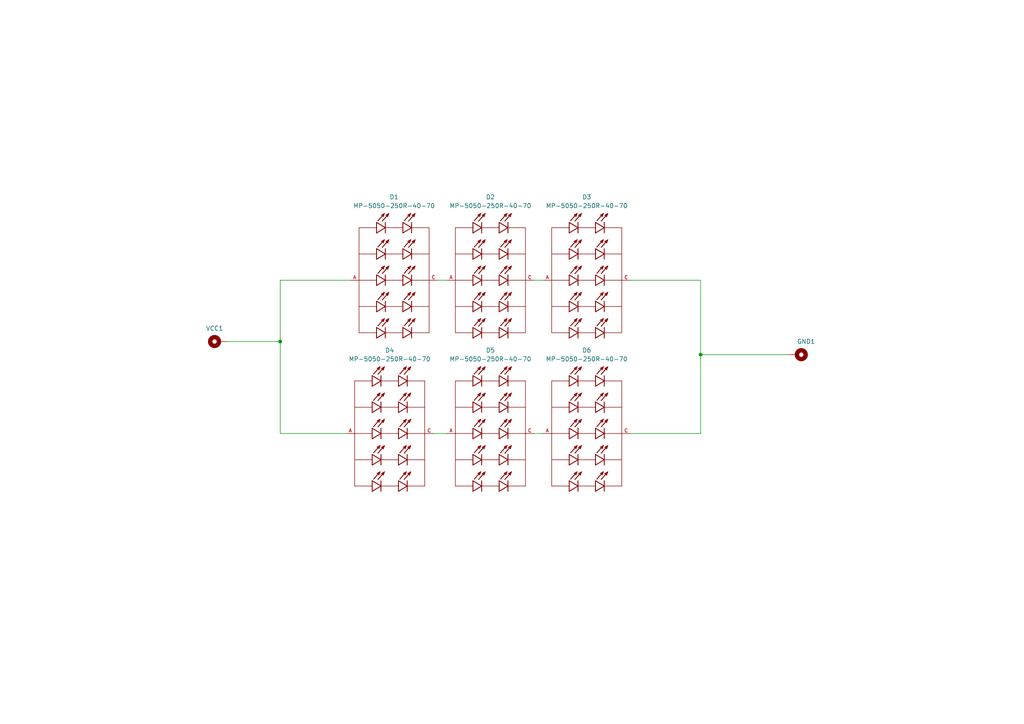
<source format=kicad_sch>
(kicad_sch (version 20230121) (generator eeschema)
  (paper "A4")
  (lib_symbols
    (symbol "MP-5050-250R-40-70:MP-5050-250R-40-70" (pin_names (offset 1.016))
      (property "Reference" "D" (at -11.176 20.066 0))
      (property "Value" "MP-5050-250R-40-70" (at -11.176 -21.082 0))
      (symbol "MP-5050-250R-40-70_0_0"
        (polyline (pts (xy -10.16 15.24) (xy -10.16 -15.24)) (stroke (width 0.1524)))
        (polyline (pts (xy -5.08 -16.764) (xy -2.54 -15.24)) (stroke (width 0.254)))
        (polyline (pts (xy -5.08 -15.24) (xy -10.16 -15.24)) (stroke (width 0.1524)))
        (polyline (pts (xy -5.08 -15.24) (xy -5.08 -16.764)) (stroke (width 0.254)))
        (polyline (pts (xy -5.08 -13.716) (xy -5.08 -15.24)) (stroke (width 0.254)))
        (polyline (pts (xy -5.08 -9.144) (xy -2.54 -7.62)) (stroke (width 0.254)))
        (polyline (pts (xy -5.08 -7.62) (xy -10.16 -7.62)) (stroke (width 0.1524)))
        (polyline (pts (xy -5.08 -7.62) (xy -5.08 -9.144)) (stroke (width 0.254)))
        (polyline (pts (xy -5.08 -6.096) (xy -5.08 -7.62)) (stroke (width 0.254)))
        (polyline (pts (xy -5.08 -1.524) (xy -2.54 0)) (stroke (width 0.254)))
        (polyline (pts (xy -5.08 0) (xy -10.16 0)) (stroke (width 0.1524)))
        (polyline (pts (xy -5.08 0) (xy -5.08 -1.524)) (stroke (width 0.254)))
        (polyline (pts (xy -5.08 1.524) (xy -5.08 0)) (stroke (width 0.254)))
        (polyline (pts (xy -5.08 6.096) (xy -2.54 7.62)) (stroke (width 0.254)))
        (polyline (pts (xy -5.08 7.62) (xy -10.16 7.62)) (stroke (width 0.1524)))
        (polyline (pts (xy -5.08 7.62) (xy -5.08 6.096)) (stroke (width 0.254)))
        (polyline (pts (xy -5.08 9.144) (xy -5.08 7.62)) (stroke (width 0.254)))
        (polyline (pts (xy -5.08 13.716) (xy -2.54 15.24)) (stroke (width 0.254)))
        (polyline (pts (xy -5.08 15.24) (xy -10.16 15.24)) (stroke (width 0.1524)))
        (polyline (pts (xy -5.08 15.24) (xy -5.08 13.716)) (stroke (width 0.254)))
        (polyline (pts (xy -5.08 16.764) (xy -5.08 15.24)) (stroke (width 0.254)))
        (polyline (pts (xy -2.8956 -11.2014) (xy -4.6736 -13.2334)) (stroke (width 0.254)))
        (polyline (pts (xy -2.8956 -3.5814) (xy -4.6736 -5.6134)) (stroke (width 0.254)))
        (polyline (pts (xy -2.8956 4.0386) (xy -4.6736 2.0066)) (stroke (width 0.254)))
        (polyline (pts (xy -2.8956 11.6586) (xy -4.6736 9.6266)) (stroke (width 0.254)))
        (polyline (pts (xy -2.8956 19.2786) (xy -4.6736 17.2466)) (stroke (width 0.254)))
        (polyline (pts (xy -2.54 -15.24) (xy -5.08 -13.716)) (stroke (width 0.254)))
        (polyline (pts (xy -2.54 -15.24) (xy -2.54 -16.764)) (stroke (width 0.254)))
        (polyline (pts (xy -2.54 -15.24) (xy 2.54 -15.24)) (stroke (width 0.1524)))
        (polyline (pts (xy -2.54 -13.716) (xy -2.54 -15.24)) (stroke (width 0.254)))
        (polyline (pts (xy -2.54 -7.62) (xy -5.08 -6.096)) (stroke (width 0.254)))
        (polyline (pts (xy -2.54 -7.62) (xy -2.54 -9.144)) (stroke (width 0.254)))
        (polyline (pts (xy -2.54 -7.62) (xy 2.54 -7.62)) (stroke (width 0.1524)))
        (polyline (pts (xy -2.54 -6.096) (xy -2.54 -7.62)) (stroke (width 0.254)))
        (polyline (pts (xy -2.54 0) (xy -5.08 1.524)) (stroke (width 0.254)))
        (polyline (pts (xy -2.54 0) (xy -2.54 -1.524)) (stroke (width 0.254)))
        (polyline (pts (xy -2.54 0) (xy 2.54 0)) (stroke (width 0.1524)))
        (polyline (pts (xy -2.54 1.524) (xy -2.54 0)) (stroke (width 0.254)))
        (polyline (pts (xy -2.54 7.62) (xy -5.08 9.144)) (stroke (width 0.254)))
        (polyline (pts (xy -2.54 7.62) (xy -2.54 6.096)) (stroke (width 0.254)))
        (polyline (pts (xy -2.54 7.62) (xy 2.54 7.62)) (stroke (width 0.1524)))
        (polyline (pts (xy -2.54 9.144) (xy -2.54 7.62)) (stroke (width 0.254)))
        (polyline (pts (xy -2.54 15.24) (xy -5.08 16.764)) (stroke (width 0.254)))
        (polyline (pts (xy -2.54 15.24) (xy -2.54 13.716)) (stroke (width 0.254)))
        (polyline (pts (xy -2.54 15.24) (xy 2.54 15.24)) (stroke (width 0.1524)))
        (polyline (pts (xy -2.54 16.764) (xy -2.54 15.24)) (stroke (width 0.254)))
        (polyline (pts (xy -1.651 -11.303) (xy -3.429 -13.335)) (stroke (width 0.254)))
        (polyline (pts (xy -1.651 -3.683) (xy -3.429 -5.715)) (stroke (width 0.254)))
        (polyline (pts (xy -1.651 3.937) (xy -3.429 1.905)) (stroke (width 0.254)))
        (polyline (pts (xy -1.651 11.557) (xy -3.429 9.525)) (stroke (width 0.254)))
        (polyline (pts (xy -1.651 19.177) (xy -3.429 17.145)) (stroke (width 0.254)))
        (polyline (pts (xy 2.54 -16.764) (xy 5.08 -15.24)) (stroke (width 0.254)))
        (polyline (pts (xy 2.54 -15.24) (xy 2.54 -16.764)) (stroke (width 0.254)))
        (polyline (pts (xy 2.54 -13.716) (xy 2.54 -15.24)) (stroke (width 0.254)))
        (polyline (pts (xy 2.54 -9.144) (xy 5.08 -7.62)) (stroke (width 0.254)))
        (polyline (pts (xy 2.54 -7.62) (xy 2.54 -9.144)) (stroke (width 0.254)))
        (polyline (pts (xy 2.54 -6.096) (xy 2.54 -7.62)) (stroke (width 0.254)))
        (polyline (pts (xy 2.54 -1.524) (xy 5.08 0)) (stroke (width 0.254)))
        (polyline (pts (xy 2.54 0) (xy 2.54 -1.524)) (stroke (width 0.254)))
        (polyline (pts (xy 2.54 1.524) (xy 2.54 0)) (stroke (width 0.254)))
        (polyline (pts (xy 2.54 6.096) (xy 5.08 7.62)) (stroke (width 0.254)))
        (polyline (pts (xy 2.54 7.62) (xy 2.54 6.096)) (stroke (width 0.254)))
        (polyline (pts (xy 2.54 9.144) (xy 2.54 7.62)) (stroke (width 0.254)))
        (polyline (pts (xy 2.54 13.716) (xy 5.08 15.24)) (stroke (width 0.254)))
        (polyline (pts (xy 2.54 15.24) (xy 2.54 13.716)) (stroke (width 0.254)))
        (polyline (pts (xy 2.54 16.764) (xy 2.54 15.24)) (stroke (width 0.254)))
        (polyline (pts (xy 4.7244 -11.2014) (xy 2.9464 -13.2334)) (stroke (width 0.254)))
        (polyline (pts (xy 4.7244 -3.5814) (xy 2.9464 -5.6134)) (stroke (width 0.254)))
        (polyline (pts (xy 4.7244 4.0386) (xy 2.9464 2.0066)) (stroke (width 0.254)))
        (polyline (pts (xy 4.7244 11.6586) (xy 2.9464 9.6266)) (stroke (width 0.254)))
        (polyline (pts (xy 4.7244 19.2786) (xy 2.9464 17.2466)) (stroke (width 0.254)))
        (polyline (pts (xy 5.08 -15.24) (xy 2.54 -13.716)) (stroke (width 0.254)))
        (polyline (pts (xy 5.08 -15.24) (xy 5.08 -16.764)) (stroke (width 0.254)))
        (polyline (pts (xy 5.08 -13.716) (xy 5.08 -15.24)) (stroke (width 0.254)))
        (polyline (pts (xy 5.08 -7.62) (xy 2.54 -6.096)) (stroke (width 0.254)))
        (polyline (pts (xy 5.08 -7.62) (xy 5.08 -9.144)) (stroke (width 0.254)))
        (polyline (pts (xy 5.08 -6.096) (xy 5.08 -7.62)) (stroke (width 0.254)))
        (polyline (pts (xy 5.08 0) (xy 2.54 1.524)) (stroke (width 0.254)))
        (polyline (pts (xy 5.08 0) (xy 5.08 -1.524)) (stroke (width 0.254)))
        (polyline (pts (xy 5.08 1.524) (xy 5.08 0)) (stroke (width 0.254)))
        (polyline (pts (xy 5.08 7.62) (xy 2.54 9.144)) (stroke (width 0.254)))
        (polyline (pts (xy 5.08 7.62) (xy 5.08 6.096)) (stroke (width 0.254)))
        (polyline (pts (xy 5.08 9.144) (xy 5.08 7.62)) (stroke (width 0.254)))
        (polyline (pts (xy 5.08 15.24) (xy 2.54 16.764)) (stroke (width 0.254)))
        (polyline (pts (xy 5.08 15.24) (xy 5.08 13.716)) (stroke (width 0.254)))
        (polyline (pts (xy 5.08 16.764) (xy 5.08 15.24)) (stroke (width 0.254)))
        (polyline (pts (xy 5.969 -11.303) (xy 4.191 -13.335)) (stroke (width 0.254)))
        (polyline (pts (xy 5.969 -3.683) (xy 4.191 -5.715)) (stroke (width 0.254)))
        (polyline (pts (xy 5.969 3.937) (xy 4.191 1.905)) (stroke (width 0.254)))
        (polyline (pts (xy 5.969 11.557) (xy 4.191 9.525)) (stroke (width 0.254)))
        (polyline (pts (xy 5.969 19.177) (xy 4.191 17.145)) (stroke (width 0.254)))
        (polyline (pts (xy 10.16 -15.24) (xy 5.08 -15.24)) (stroke (width 0.1524)))
        (polyline (pts (xy 10.16 -7.62) (xy 5.08 -7.62)) (stroke (width 0.1524)))
        (polyline (pts (xy 10.16 0) (xy 5.08 0)) (stroke (width 0.1524)))
        (polyline (pts (xy 10.16 7.62) (xy 5.08 7.62)) (stroke (width 0.1524)))
        (polyline (pts (xy 10.16 15.24) (xy 5.08 15.24)) (stroke (width 0.1524)))
        (polyline (pts (xy 10.16 15.24) (xy 10.16 -15.24)) (stroke (width 0.1524)))
        (polyline (pts (xy -3.683 -11.557) (xy -3.1115 -12.065) (xy -2.7305 -11.049) (xy -3.683 -11.557)) (stroke (width 0.1524)) (fill (type outline)))
        (polyline (pts (xy -3.683 -3.937) (xy -3.1115 -4.445) (xy -2.7305 -3.429) (xy -3.683 -3.937)) (stroke (width 0.1524)) (fill (type outline)))
        (polyline (pts (xy -3.683 3.683) (xy -3.1115 3.175) (xy -2.7305 4.191) (xy -3.683 3.683)) (stroke (width 0.1524)) (fill (type outline)))
        (polyline (pts (xy -3.683 11.303) (xy -3.1115 10.795) (xy -2.7305 11.811) (xy -3.683 11.303)) (stroke (width 0.1524)) (fill (type outline)))
        (polyline (pts (xy -3.683 18.923) (xy -3.1115 18.415) (xy -2.7305 19.431) (xy -3.683 18.923)) (stroke (width 0.1524)) (fill (type outline)))
        (polyline (pts (xy -2.413 -11.6205) (xy -1.8415 -12.1285) (xy -1.4605 -11.049) (xy -2.413 -11.6205)) (stroke (width 0.1524)) (fill (type outline)))
        (polyline (pts (xy -2.413 -4.0005) (xy -1.8415 -4.5085) (xy -1.4605 -3.429) (xy -2.413 -4.0005)) (stroke (width 0.1524)) (fill (type outline)))
        (polyline (pts (xy -2.413 3.6195) (xy -1.8415 3.1115) (xy -1.4605 4.191) (xy -2.413 3.6195)) (stroke (width 0.1524)) (fill (type outline)))
        (polyline (pts (xy -2.413 11.2395) (xy -1.8415 10.7315) (xy -1.4605 11.811) (xy -2.413 11.2395)) (stroke (width 0.1524)) (fill (type outline)))
        (polyline (pts (xy -2.413 18.8595) (xy -1.8415 18.3515) (xy -1.4605 19.431) (xy -2.413 18.8595)) (stroke (width 0.1524)) (fill (type outline)))
        (polyline (pts (xy 3.937 -11.557) (xy 4.5085 -12.065) (xy 4.8895 -11.049) (xy 3.937 -11.557)) (stroke (width 0.1524)) (fill (type outline)))
        (polyline (pts (xy 3.937 -3.937) (xy 4.5085 -4.445) (xy 4.8895 -3.429) (xy 3.937 -3.937)) (stroke (width 0.1524)) (fill (type outline)))
        (polyline (pts (xy 3.937 3.683) (xy 4.5085 3.175) (xy 4.8895 4.191) (xy 3.937 3.683)) (stroke (width 0.1524)) (fill (type outline)))
        (polyline (pts (xy 3.937 11.303) (xy 4.5085 10.795) (xy 4.8895 11.811) (xy 3.937 11.303)) (stroke (width 0.1524)) (fill (type outline)))
        (polyline (pts (xy 3.937 18.923) (xy 4.5085 18.415) (xy 4.8895 19.431) (xy 3.937 18.923)) (stroke (width 0.1524)) (fill (type outline)))
        (polyline (pts (xy 5.207 -11.6205) (xy 5.7785 -12.1285) (xy 6.1595 -11.049) (xy 5.207 -11.6205)) (stroke (width 0.1524)) (fill (type outline)))
        (polyline (pts (xy 5.207 -4.0005) (xy 5.7785 -4.5085) (xy 6.1595 -3.429) (xy 5.207 -4.0005)) (stroke (width 0.1524)) (fill (type outline)))
        (polyline (pts (xy 5.207 3.6195) (xy 5.7785 3.1115) (xy 6.1595 4.191) (xy 5.207 3.6195)) (stroke (width 0.1524)) (fill (type outline)))
        (polyline (pts (xy 5.207 11.2395) (xy 5.7785 10.7315) (xy 6.1595 11.811) (xy 5.207 11.2395)) (stroke (width 0.1524)) (fill (type outline)))
        (polyline (pts (xy 5.207 18.8595) (xy 5.7785 18.3515) (xy 6.1595 19.431) (xy 5.207 18.8595)) (stroke (width 0.1524)) (fill (type outline)))
        (pin passive line (at -12.7 0 0) (length 2.54) (name "~") (number "A"))
        (pin passive line (at 12.7 0 180) (length 2.54) (name "~") (number "C"))
      )
    )
    (symbol "Mechanical:MountingHole_Pad" (pin_numbers hide) (pin_names (offset 1.016) hide)
      (property "Reference" "H" (at 0 6.35 0))
      (property "Value" "MountingHole_Pad" (at 0 4.445 0))
      (symbol "MountingHole_Pad_0_1"
        (circle (center 0 1.27) (radius 1.27) (stroke (width 1.27)))
      )
      (symbol "MountingHole_Pad_1_1"
        (pin input line (at 0 -2.54 90) (length 2.54) (name "1") (number "1"))
      )
    )
  )
  (junction (at 203.2 102.87))
  (junction (at 81.28 99.06))
  (wire (pts (xy 182.88 81.28) (xy 203.2 81.28)))
  (wire (pts (xy 203.2 81.28) (xy 203.2 102.87)))
  (wire (pts (xy 125.73 125.73) (xy 129.54 125.73)))
  (wire (pts (xy 81.28 99.06) (xy 81.28 81.28)))
  (wire (pts (xy 203.2 102.87) (xy 203.2 125.73)))
  (wire (pts (xy 154.94 125.73) (xy 157.48 125.73)))
  (wire (pts (xy 154.94 81.28) (xy 157.48 81.28)))
  (wire (pts (xy 203.2 125.73) (xy 182.88 125.73)))
  (wire (pts (xy 81.28 81.28) (xy 101.6 81.28)))
  (wire (pts (xy 81.28 99.06) (xy 81.28 125.73)))
  (wire (pts (xy 127 81.28) (xy 129.54 81.28)))
  (wire (pts (xy 66.04 99.06) (xy 81.28 99.06)))
  (wire (pts (xy 203.2 102.87) (xy 228.6 102.87)))
  (wire (pts (xy 81.28 125.73) (xy 100.33 125.73)))
  (symbol (lib_id "MP-5050-250R-40-70:MP-5050-250R-40-70") (at 142.24 125.73 0) (unit 1)
    (property "Reference" "D5" (at 142.24 101.6 0))
    (property "Value" "MP-5050-250R-40-70" (at 142.24 104.14 0))
    (property "Footprint" "MP-5050-250R-40-70:LED_MP-5050-250R-40-70" (effects hide))
    (property "DigiKey_Part_Number" "1214-MP-5050-250R-40-70TR-ND" (effects hide))
    (property "MF" "Luminus Devices Inc." (effects hide))
    (property "MAXIMUM_PACKAGE_HEIGHT" "0.7 mm" (effects hide))
    (property "Package" "NON-STANDARD-2 Luminus Devices Inc." (effects hide))
    (property "Check_prices" "https://www.snapeda.com/parts/MP-5050-250R-40-70/Luminus+Devices+Inc./view-part/?ref=eda" (effects hide))
    (property "STANDARD" "Manufacturer Recommendations" (effects hide))
    (property "PARTREV" "Rev 02" (effects hide))
    (property "SnapEDA_Link" "https://www.snapeda.com/parts/MP-5050-250R-40-70/Luminus+Devices+Inc./view-part/?ref=snap" (effects hide))
    (property "MP" "MP-5050-250R-40-70" (effects hide))
    (property "Purchase-URL" "https://www.snapeda.com/api/url_track_click_mouser/?unipart_id=10559845&manufacturer=Luminus Devices Inc.&part_name=MP-5050-250R-40-70&search_term=None" (effects hide))
    (property "Description" "\nLED Midpower Lighting series 5050 White, 4000K, 70 CRI, 705lm 5.95V 100mA 120°\n" (effects hide))
    (property "MANUFACTURER" "Luminus Devices Inc." (effects hide))
  )
  (symbol (lib_id "MP-5050-250R-40-70:MP-5050-250R-40-70") (at 142.24 81.28 0) (unit 1)
    (property "Reference" "D2" (at 142.24 57.15 0))
    (property "Value" "MP-5050-250R-40-70" (at 142.24 59.69 0))
    (property "Footprint" "MP-5050-250R-40-70:LED_MP-5050-250R-40-70" (effects hide))
    (property "DigiKey_Part_Number" "1214-MP-5050-250R-40-70TR-ND" (effects hide))
    (property "MF" "Luminus Devices Inc." (effects hide))
    (property "MAXIMUM_PACKAGE_HEIGHT" "0.7 mm" (effects hide))
    (property "Package" "NON-STANDARD-2 Luminus Devices Inc." (effects hide))
    (property "Check_prices" "https://www.snapeda.com/parts/MP-5050-250R-40-70/Luminus+Devices+Inc./view-part/?ref=eda" (effects hide))
    (property "STANDARD" "Manufacturer Recommendations" (effects hide))
    (property "PARTREV" "Rev 02" (effects hide))
    (property "SnapEDA_Link" "https://www.snapeda.com/parts/MP-5050-250R-40-70/Luminus+Devices+Inc./view-part/?ref=snap" (effects hide))
    (property "MP" "MP-5050-250R-40-70" (effects hide))
    (property "Purchase-URL" "https://www.snapeda.com/api/url_track_click_mouser/?unipart_id=10559845&manufacturer=Luminus Devices Inc.&part_name=MP-5050-250R-40-70&search_term=None" (effects hide))
    (property "Description" "\nLED Midpower Lighting series 5050 White, 4000K, 70 CRI, 705lm 5.95V 100mA 120°\n" (effects hide))
    (property "MANUFACTURER" "Luminus Devices Inc." (effects hide))
  )
  (symbol (lib_id "MP-5050-250R-40-70:MP-5050-250R-40-70") (at 114.3 81.28 0) (unit 1)
    (property "Reference" "D1" (at 114.3 57.15 0))
    (property "Value" "MP-5050-250R-40-70" (at 114.3 59.69 0))
    (property "Footprint" "MP-5050-250R-40-70:LED_MP-5050-250R-40-70" (effects hide))
    (property "DigiKey_Part_Number" "1214-MP-5050-250R-40-70TR-ND" (effects hide))
    (property "MF" "Luminus Devices Inc." (effects hide))
    (property "MAXIMUM_PACKAGE_HEIGHT" "0.7 mm" (effects hide))
    (property "Package" "NON-STANDARD-2 Luminus Devices Inc." (effects hide))
    (property "Check_prices" "https://www.snapeda.com/parts/MP-5050-250R-40-70/Luminus+Devices+Inc./view-part/?ref=eda" (effects hide))
    (property "STANDARD" "Manufacturer Recommendations" (effects hide))
    (property "PARTREV" "Rev 02" (effects hide))
    (property "SnapEDA_Link" "https://www.snapeda.com/parts/MP-5050-250R-40-70/Luminus+Devices+Inc./view-part/?ref=snap" (effects hide))
    (property "MP" "MP-5050-250R-40-70" (effects hide))
    (property "Purchase-URL" "https://www.snapeda.com/api/url_track_click_mouser/?unipart_id=10559845&manufacturer=Luminus Devices Inc.&part_name=MP-5050-250R-40-70&search_term=None" (effects hide))
    (property "Description" "\nLED Midpower Lighting series 5050 White, 4000K, 70 CRI, 705lm 5.95V 100mA 120°\n" (effects hide))
    (property "MANUFACTURER" "Luminus Devices Inc." (effects hide))
  )
  (symbol (lib_id "Mechanical:MountingHole_Pad") (at 63.5 99.06 90) (unit 1)
    (property "Reference" "VCC1" (at 62.23 95.25 90))
    (property "Value" "VCC" (effects hide))
    (property "Footprint" "MountingHole:MountingHole_2.2mm_M2_DIN965_Pad" (effects hide))
  )
  (symbol (lib_id "MP-5050-250R-40-70:MP-5050-250R-40-70") (at 170.18 125.73 0) (unit 1)
    (property "Reference" "D6" (at 170.18 101.6 0))
    (property "Value" "MP-5050-250R-40-70" (at 170.18 104.14 0))
    (property "Footprint" "MP-5050-250R-40-70:LED_MP-5050-250R-40-70" (effects hide))
    (property "DigiKey_Part_Number" "1214-MP-5050-250R-40-70TR-ND" (effects hide))
    (property "MF" "Luminus Devices Inc." (effects hide))
    (property "MAXIMUM_PACKAGE_HEIGHT" "0.7 mm" (effects hide))
    (property "Package" "NON-STANDARD-2 Luminus Devices Inc." (effects hide))
    (property "Check_prices" "https://www.snapeda.com/parts/MP-5050-250R-40-70/Luminus+Devices+Inc./view-part/?ref=eda" (effects hide))
    (property "STANDARD" "Manufacturer Recommendations" (effects hide))
    (property "PARTREV" "Rev 02" (effects hide))
    (property "SnapEDA_Link" "https://www.snapeda.com/parts/MP-5050-250R-40-70/Luminus+Devices+Inc./view-part/?ref=snap" (effects hide))
    (property "MP" "MP-5050-250R-40-70" (effects hide))
    (property "Purchase-URL" "https://www.snapeda.com/api/url_track_click_mouser/?unipart_id=10559845&manufacturer=Luminus Devices Inc.&part_name=MP-5050-250R-40-70&search_term=None" (effects hide))
    (property "Description" "\nLED Midpower Lighting series 5050 White, 4000K, 70 CRI, 705lm 5.95V 100mA 120°\n" (effects hide))
    (property "MANUFACTURER" "Luminus Devices Inc." (effects hide))
  )
  (symbol (lib_id "MP-5050-250R-40-70:MP-5050-250R-40-70") (at 170.18 81.28 0) (unit 1)
    (property "Reference" "D3" (at 170.18 57.15 0))
    (property "Value" "MP-5050-250R-40-70" (at 170.18 59.69 0))
    (property "Footprint" "MP-5050-250R-40-70:LED_MP-5050-250R-40-70" (effects hide))
    (property "DigiKey_Part_Number" "1214-MP-5050-250R-40-70TR-ND" (effects hide))
    (property "MF" "Luminus Devices Inc." (effects hide))
    (property "MAXIMUM_PACKAGE_HEIGHT" "0.7 mm" (effects hide))
    (property "Package" "NON-STANDARD-2 Luminus Devices Inc." (effects hide))
    (property "Check_prices" "https://www.snapeda.com/parts/MP-5050-250R-40-70/Luminus+Devices+Inc./view-part/?ref=eda" (effects hide))
    (property "STANDARD" "Manufacturer Recommendations" (effects hide))
    (property "PARTREV" "Rev 02" (effects hide))
    (property "SnapEDA_Link" "https://www.snapeda.com/parts/MP-5050-250R-40-70/Luminus+Devices+Inc./view-part/?ref=snap" (effects hide))
    (property "MP" "MP-5050-250R-40-70" (effects hide))
    (property "Purchase-URL" "https://www.snapeda.com/api/url_track_click_mouser/?unipart_id=10559845&manufacturer=Luminus Devices Inc.&part_name=MP-5050-250R-40-70&search_term=None" (effects hide))
    (property "Description" "\nLED Midpower Lighting series 5050 White, 4000K, 70 CRI, 705lm 5.95V 100mA 120°\n" (effects hide))
    (property "MANUFACTURER" "Luminus Devices Inc." (effects hide))
  )
  (symbol (lib_id "MP-5050-250R-40-70:MP-5050-250R-40-70") (at 113.03 125.73 0) (unit 1)
    (property "Reference" "D4" (at 113.03 101.6 0))
    (property "Value" "MP-5050-250R-40-70" (at 113.03 104.14 0))
    (property "Footprint" "MP-5050-250R-40-70:LED_MP-5050-250R-40-70" (effects hide))
    (property "DigiKey_Part_Number" "1214-MP-5050-250R-40-70TR-ND" (effects hide))
    (property "MF" "Luminus Devices Inc." (effects hide))
    (property "MAXIMUM_PACKAGE_HEIGHT" "0.7 mm" (effects hide))
    (property "Package" "NON-STANDARD-2 Luminus Devices Inc." (effects hide))
    (property "Check_prices" "https://www.snapeda.com/parts/MP-5050-250R-40-70/Luminus+Devices+Inc./view-part/?ref=eda" (effects hide))
    (property "STANDARD" "Manufacturer Recommendations" (effects hide))
    (property "PARTREV" "Rev 02" (effects hide))
    (property "SnapEDA_Link" "https://www.snapeda.com/parts/MP-5050-250R-40-70/Luminus+Devices+Inc./view-part/?ref=snap" (effects hide))
    (property "MP" "MP-5050-250R-40-70" (effects hide))
    (property "Purchase-URL" "https://www.snapeda.com/api/url_track_click_mouser/?unipart_id=10559845&manufacturer=Luminus Devices Inc.&part_name=MP-5050-250R-40-70&search_term=None" (effects hide))
    (property "Description" "\nLED Midpower Lighting series 5050 White, 4000K, 70 CRI, 705lm 5.95V 100mA 120°\n" (effects hide))
    (property "MANUFACTURER" "Luminus Devices Inc." (effects hide))
  )
  (symbol (lib_id "Mechanical:MountingHole_Pad") (at 231.14 102.87 270) (unit 1)
    (property "Reference" "GND1" (at 231.14 99.06 90) (effects (justify left)))
    (property "Value" "GND" (effects hide))
    (property "Footprint" "MountingHole:MountingHole_2.2mm_M2_DIN965_Pad" (effects hide))
  )
)
</source>
